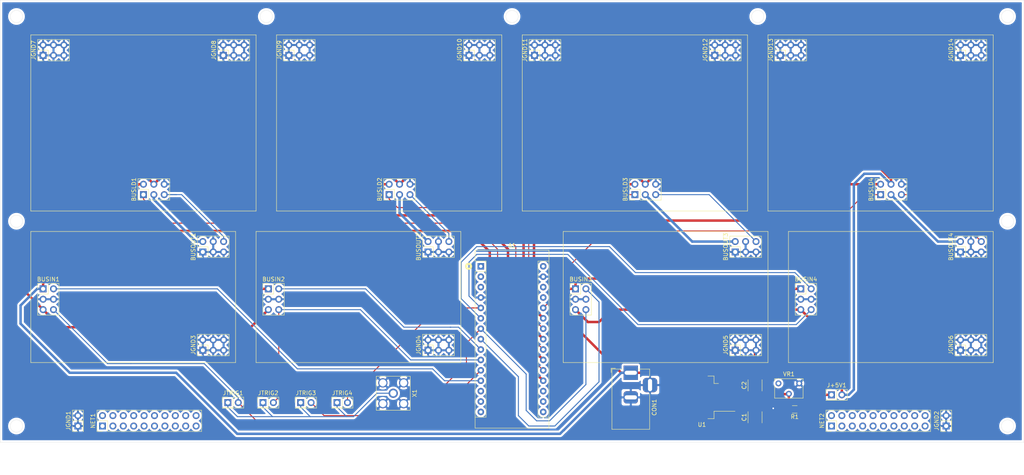
<source format=kicad_pcb>
(kicad_pcb (version 20171130) (host pcbnew 5.1.5+dfsg1-2build2)
  (layers (0 F.Cu signal) (31 B.Cu signal) (34 B.Paste user) (35 F.Paste user) (36 B.SilkS user) (37 F.SilkS user) (38 B.Mask user) (39 F.Mask user) (44 Edge.Cuts user))
  (net 0 "")
  (net 1 "Net-(A1-Pad16)")
  (net 2 "Net-(A1-Pad15)")
  (net 3 "Net-(A1-Pad30)")
  (net 4 "Net-(A1-Pad14)")
  (net 5 GND)
  (net 6 "Net-(A1-Pad13)")
  (net 7 "Net-(A1-Pad28)")
  (net 8 /Cool3)
  (net 9 "Net-(A1-Pad27)")
  (net 10 /LD3)
  (net 11 /PDCOM3)
  (net 12 /LD2)
  (net 13 /CoolCOM3)
  (net 14 /Cool2)
  (net 15 /PDCOM2)
  (net 16 /Cool1)
  (net 17 /CoolCOM2)
  (net 18 /LD1)
  (net 19 /PDCOM1)
  (net 20 /Cool0)
  (net 21 /CoolCOM1)
  (net 22 /LD0)
  (net 23 /PDCOM0)
  (net 24 /CoolCOM0)
  (net 25 "Net-(A1-Pad3)")
  (net 26 "Net-(A1-Pad18)")
  (net 27 "Net-(A1-Pad2)")
  (net 28 "Net-(A1-Pad17)")
  (net 29 "Net-(A1-Pad1)")
  (net 30 +5V)
  (net 31 +12V)
  (net 32 "Net-(C1-Pad1)")
  (net 33 "Net-(C2-Pad1)")
  (net 34 "Net-(JTRIG1-Pad1)")
  (net 35 /LDSource0)
  (net 36 /CoolSource0)
  (net 37 /LDSource1)
  (net 38 /CoolSource1)
  (net 39 /LDSource3)
  (net 40 /CoolSource2)
  (net 41 /CoolSource3)
  (net 42 "Net-(NET1-Pad20)")
  (net 43 "Net-(NET1-Pad19)")
  (net 44 "Net-(NET1-Pad18)")
  (net 45 "Net-(NET1-Pad17)")
  (net 46 "Net-(NET1-Pad16)")
  (net 47 "Net-(NET1-Pad15)")
  (net 48 "Net-(NET1-Pad14)")
  (net 49 "Net-(NET1-Pad13)")
  (net 50 "Net-(NET1-Pad12)")
  (net 51 "Net-(NET1-Pad11)")
  (net 52 "Net-(NET1-Pad10)")
  (net 53 "Net-(NET1-Pad9)")
  (net 54 "Net-(NET1-Pad8)")
  (net 55 "Net-(NET1-Pad7)")
  (net 56 "Net-(NET1-Pad6)")
  (net 57 "Net-(NET1-Pad5)")
  (net 58 "Net-(NET1-Pad4)")
  (net 59 "Net-(NET1-Pad3)")
  (net 60 "Net-(NET1-Pad2)")
  (net 61 "Net-(NET1-Pad1)")
  (net 62 "Net-(NET2-Pad20)")
  (net 63 "Net-(NET2-Pad19)")
  (net 64 "Net-(NET2-Pad18)")
  (net 65 "Net-(NET2-Pad17)")
  (net 66 "Net-(NET2-Pad16)")
  (net 67 "Net-(NET2-Pad15)")
  (net 68 "Net-(NET2-Pad14)")
  (net 69 "Net-(NET2-Pad13)")
  (net 70 "Net-(NET2-Pad12)")
  (net 71 "Net-(NET2-Pad11)")
  (net 72 "Net-(NET2-Pad10)")
  (net 73 "Net-(NET2-Pad9)")
  (net 74 "Net-(NET2-Pad8)")
  (net 75 "Net-(NET2-Pad7)")
  (net 76 "Net-(NET2-Pad6)")
  (net 77 "Net-(NET2-Pad5)")
  (net 78 "Net-(NET2-Pad4)")
  (net 79 "Net-(NET2-Pad3)")
  (net 80 "Net-(NET2-Pad2)")
  (net 81 "Net-(NET2-Pad1)")
  (net 82 /LDSource2)
  (net 83 "Net-(VR1-Pad3)")
  (module Capacitor_SMD:C_1812_4532Metric (layer F.Cu) (at 205.34 109.0725 90)
    (fp_text reference C2 (at 0 -2.65 90) (layer F.SilkS))
    (fp_text value 0.01uF)
    (pad 2 smd roundrect (at 2.1375 0 90) (size 1.125 3.4) (layers F.Cu F.Paste F.Mask) (roundrect_rratio 0.222222) (net 5 GND))
    (pad 1 smd roundrect (at -2.1375 0 90) (size 1.125 3.4) (layers F.Cu F.Paste F.Mask) (roundrect_rratio 0.222222) (net 33 "Net-(C2-Pad1)"))
  )
  (module Resistor_SMD:R_1206_3216Metric_Pad1.42x1.75mm_HandSolder (layer F.Cu) (at 215.0285 114.936 180)
    (fp_text reference R1 (at 0 -1.82) (layer F.SilkS))
    (fp_text value R240)
    (pad 2 smd roundrect (at 1.4875 0 180) (size 1.425 1.75) (layers F.Cu F.Paste F.Mask) (roundrect_rratio 0.175439) (net 33 "Net-(C2-Pad1)"))
    (pad 1 smd roundrect (at -1.4875 0 180) (size 1.425 1.75) (layers F.Cu F.Paste F.Mask) (roundrect_rratio 0.175439) (net 32 "Net-(C1-Pad1)"))
  )
  (module Capacitor_SMD:C_1812_4532Metric (layer F.Cu) (at 205.34 116.8625 90)
    (fp_text reference C1 (at 0 -2.65 90) (layer F.SilkS))
    (fp_text value 10uf)
    (pad 2 smd roundrect (at 2.1375 0 90) (size 1.125 3.4) (layers F.Cu F.Paste F.Mask) (roundrect_rratio 0.222222) (net 5 GND))
    (pad 1 smd roundrect (at -2.1375 0 90) (size 1.125 3.4) (layers F.Cu F.Paste F.Mask) (roundrect_rratio 0.222222) (net 32 "Net-(C1-Pad1)"))
  )
  (module Potentiometer_THT:Potentiometer_Bourns_3266W_Vertical (layer F.Cu) (at 216.135 108.586)
    (fp_text reference VR1 (at -2.54 -2.27) (layer F.SilkS))
    (fp_text value 3266W-1-102LF)
    (pad 3 thru_hole circle (at -5.08 0) (size 1.44 1.44) (drill 0.8) (layers *.Cu *.Mask) (net 83 "Net-(VR1-Pad3)"))
    (pad 2 thru_hole circle (at -2.54 2.54) (size 1.44 1.44) (drill 0.8) (layers *.Cu *.Mask) (net 33 "Net-(C2-Pad1)"))
    (pad 1 thru_hole circle (at 0 0) (size 1.44 1.44) (drill 0.8) (layers *.Cu *.Mask) (net 5 GND))
  )
  (module Connector_BarrelJack:BarrelJack_Horizontal (layer F.Cu) (at 175 106 90)
    (fp_text reference CON1 (at -8.45 5.75 90) (layer F.SilkS))
    (fp_text value Barrel_Jack_Switch)
    (pad 3 thru_hole roundrect (at -3 4.7 90) (size 3.5 3.5) (drill oval 3 1) (layers *.Cu *.Mask) (net 5 GND))
    (pad 2 thru_hole roundrect (at -6 0 90) (size 3 3.5) (drill oval 1 3) (layers *.Cu *.Mask) (net 5 GND))
    (pad 1 thru_hole rect (at 0 0 90) (size 3.5 3.5) (drill oval 1 3) (layers *.Cu *.Mask) (net 31 +12V))
  )
  (module Connector_PinHeader_2.54mm:PinHeader_2x01_P2.54mm_Vertical (layer F.Cu) (at 76.61 113.279)
    (fp_text reference JTRIG1 (at 1.27 -2.33) (layer F.SilkS))
    (fp_text value Conn_02x01)
    (pad 2 thru_hole oval (at 2.54 0) (size 1.7 1.7) (drill 1) (layers *.Cu *.Mask) (net 22 /LD0))
    (pad 1 thru_hole rect (at 0 0) (size 1.7 1.7) (drill 1) (layers *.Cu *.Mask) (net 34 "Net-(JTRIG1-Pad1)"))
  )
  (module Connector_PinHeader_2.54mm:PinHeader_2x01_P2.54mm_Vertical (layer F.Cu) (at 94.39 113.279)
    (fp_text reference JTRIG3 (at 1.27 -2.33) (layer F.SilkS))
    (fp_text value Conn_02x01)
    (pad 2 thru_hole oval (at 2.54 0) (size 1.7 1.7) (drill 1) (layers *.Cu *.Mask) (net 12 /LD2))
    (pad 1 thru_hole rect (at 0 0) (size 1.7 1.7) (drill 1) (layers *.Cu *.Mask) (net 34 "Net-(JTRIG1-Pad1)"))
  )
  (module Connector_PinHeader_2.54mm:PinHeader_2x03_P2.54mm_Vertical (layer F.Cu) (at 31.5 85.5)
    (fp_text reference BUSIN1 (at 1.27 -2.33) (layer F.SilkS))
    (fp_text value Conn_02x03_Odd_Even)
    (pad 6 thru_hole oval (at 2.54 5.08) (size 1.7 1.7) (drill 1) (layers *.Cu *.Mask) (net 22 /LD0))
    (pad 5 thru_hole oval (at 0 5.08) (size 1.7 1.7) (drill 1) (layers *.Cu *.Mask) (net 30 +5V))
    (pad 4 thru_hole oval (at 2.54 2.54) (size 1.7 1.7) (drill 1) (layers *.Cu *.Mask) (net 5 GND))
    (pad 3 thru_hole oval (at 0 2.54) (size 1.7 1.7) (drill 1) (layers *.Cu *.Mask) (net 5 GND))
    (pad 2 thru_hole oval (at 2.54 0) (size 1.7 1.7) (drill 1) (layers *.Cu *.Mask) (net 20 /Cool0))
    (pad 1 thru_hole rect (at 0 0) (size 1.7 1.7) (drill 1) (layers *.Cu *.Mask) (net 31 +12V))
  )
  (module Connector_PinHeader_2.54mm:PinHeader_2x03_P2.54mm_Vertical (layer F.Cu) (at 176 62.5 90)
    (fp_text reference BUSLD3 (at 1.27 -2.33 90) (layer F.SilkS))
    (fp_text value Conn_02x03_Odd_Even)
    (pad 6 thru_hole oval (at 2.54 5.08 90) (size 1.7 1.7) (drill 1) (layers *.Cu *.Mask) (net 5 GND))
    (pad 5 thru_hole oval (at 0 5.08 90) (size 1.7 1.7) (drill 1) (layers *.Cu *.Mask) (net 82 /LDSource2))
    (pad 4 thru_hole oval (at 2.54 2.54 90) (size 1.7 1.7) (drill 1) (layers *.Cu *.Mask) (net 30 +5V))
    (pad 3 thru_hole oval (at 0 2.54 90) (size 1.7 1.7) (drill 1) (layers *.Cu *.Mask) (net 40 /CoolSource2))
    (pad 2 thru_hole oval (at 2.54 0 90) (size 1.7 1.7) (drill 1) (layers *.Cu *.Mask) (net 17 /CoolCOM2))
    (pad 1 thru_hole rect (at 0 0 90) (size 1.7 1.7) (drill 1) (layers *.Cu *.Mask) (net 15 /PDCOM2))
  )
  (module Connector_PinHeader_2.54mm:PinHeader_2x03_P2.54mm_Vertical (layer F.Cu) (at 70.5 100.5 90)
    (fp_text reference JGND3 (at 1.27 -2.33 90) (layer F.SilkS))
    (fp_text value Conn_02x03_Odd_Even)
    (pad 6 thru_hole oval (at 2.54 5.08 90) (size 1.7 1.7) (drill 1) (layers *.Cu *.Mask) (net 5 GND))
    (pad 5 thru_hole oval (at 0 5.08 90) (size 1.7 1.7) (drill 1) (layers *.Cu *.Mask) (net 5 GND))
    (pad 4 thru_hole oval (at 2.54 2.54 90) (size 1.7 1.7) (drill 1) (layers *.Cu *.Mask) (net 5 GND))
    (pad 3 thru_hole oval (at 0 2.54 90) (size 1.7 1.7) (drill 1) (layers *.Cu *.Mask) (net 5 GND))
    (pad 2 thru_hole oval (at 2.54 0 90) (size 1.7 1.7) (drill 1) (layers *.Cu *.Mask) (net 5 GND))
    (pad 1 thru_hole rect (at 0 0 90) (size 1.7 1.7) (drill 1) (layers *.Cu *.Mask) (net 5 GND))
  )
  (module Connector_PinHeader_2.54mm:PinHeader_2x10_P2.54mm_Vertical (layer F.Cu) (at 224 119 90)
    (fp_text reference NET2 (at 1.27 -2.33 90) (layer F.SilkS))
    (fp_text value Conn_02x10_Odd_Even)
    (pad 20 thru_hole oval (at 2.54 22.86 90) (size 1.7 1.7) (drill 1) (layers *.Cu *.Mask) (net 62 "Net-(NET2-Pad20)"))
    (pad 19 thru_hole oval (at 0 22.86 90) (size 1.7 1.7) (drill 1) (layers *.Cu *.Mask) (net 63 "Net-(NET2-Pad19)"))
    (pad 18 thru_hole oval (at 2.54 20.32 90) (size 1.7 1.7) (drill 1) (layers *.Cu *.Mask) (net 64 "Net-(NET2-Pad18)"))
    (pad 17 thru_hole oval (at 0 20.32 90) (size 1.7 1.7) (drill 1) (layers *.Cu *.Mask) (net 65 "Net-(NET2-Pad17)"))
    (pad 16 thru_hole oval (at 2.54 17.78 90) (size 1.7 1.7) (drill 1) (layers *.Cu *.Mask) (net 66 "Net-(NET2-Pad16)"))
    (pad 15 thru_hole oval (at 0 17.78 90) (size 1.7 1.7) (drill 1) (layers *.Cu *.Mask) (net 67 "Net-(NET2-Pad15)"))
    (pad 14 thru_hole oval (at 2.54 15.24 90) (size 1.7 1.7) (drill 1) (layers *.Cu *.Mask) (net 68 "Net-(NET2-Pad14)"))
    (pad 13 thru_hole oval (at 0 15.24 90) (size 1.7 1.7) (drill 1) (layers *.Cu *.Mask) (net 69 "Net-(NET2-Pad13)"))
    (pad 12 thru_hole oval (at 2.54 12.7 90) (size 1.7 1.7) (drill 1) (layers *.Cu *.Mask) (net 70 "Net-(NET2-Pad12)"))
    (pad 11 thru_hole oval (at 0 12.7 90) (size 1.7 1.7) (drill 1) (layers *.Cu *.Mask) (net 71 "Net-(NET2-Pad11)"))
    (pad 10 thru_hole oval (at 2.54 10.16 90) (size 1.7 1.7) (drill 1) (layers *.Cu *.Mask) (net 72 "Net-(NET2-Pad10)"))
    (pad 9 thru_hole oval (at 0 10.16 90) (size 1.7 1.7) (drill 1) (layers *.Cu *.Mask) (net 73 "Net-(NET2-Pad9)"))
    (pad 8 thru_hole oval (at 2.54 7.62 90) (size 1.7 1.7) (drill 1) (layers *.Cu *.Mask) (net 74 "Net-(NET2-Pad8)"))
    (pad 7 thru_hole oval (at 0 7.62 90) (size 1.7 1.7) (drill 1) (layers *.Cu *.Mask) (net 75 "Net-(NET2-Pad7)"))
    (pad 6 thru_hole oval (at 2.54 5.08 90) (size 1.7 1.7) (drill 1) (layers *.Cu *.Mask) (net 76 "Net-(NET2-Pad6)"))
    (pad 5 thru_hole oval (at 0 5.08 90) (size 1.7 1.7) (drill 1) (layers *.Cu *.Mask) (net 77 "Net-(NET2-Pad5)"))
    (pad 4 thru_hole oval (at 2.54 2.54 90) (size 1.7 1.7) (drill 1) (layers *.Cu *.Mask) (net 78 "Net-(NET2-Pad4)"))
    (pad 3 thru_hole oval (at 0 2.54 90) (size 1.7 1.7) (drill 1) (layers *.Cu *.Mask) (net 79 "Net-(NET2-Pad3)"))
    (pad 2 thru_hole oval (at 2.54 0 90) (size 1.7 1.7) (drill 1) (layers *.Cu *.Mask) (net 80 "Net-(NET2-Pad2)"))
    (pad 1 thru_hole rect (at 0 0 90) (size 1.7 1.7) (drill 1) (layers *.Cu *.Mask) (net 81 "Net-(NET2-Pad1)"))
  )
  (module Connector_PinHeader_2.54mm:PinHeader_2x10_P2.54mm_Vertical (layer F.Cu) (at 46 119 90)
    (fp_text reference NET1 (at 1.27 -2.33 90) (layer F.SilkS))
    (fp_text value Conn_02x10_Odd_Even)
    (pad 20 thru_hole oval (at 2.54 22.86 90) (size 1.7 1.7) (drill 1) (layers *.Cu *.Mask) (net 42 "Net-(NET1-Pad20)"))
    (pad 19 thru_hole oval (at 0 22.86 90) (size 1.7 1.7) (drill 1) (layers *.Cu *.Mask) (net 43 "Net-(NET1-Pad19)"))
    (pad 18 thru_hole oval (at 2.54 20.32 90) (size 1.7 1.7) (drill 1) (layers *.Cu *.Mask) (net 44 "Net-(NET1-Pad18)"))
    (pad 17 thru_hole oval (at 0 20.32 90) (size 1.7 1.7) (drill 1) (layers *.Cu *.Mask) (net 45 "Net-(NET1-Pad17)"))
    (pad 16 thru_hole oval (at 2.54 17.78 90) (size 1.7 1.7) (drill 1) (layers *.Cu *.Mask) (net 46 "Net-(NET1-Pad16)"))
    (pad 15 thru_hole oval (at 0 17.78 90) (size 1.7 1.7) (drill 1) (layers *.Cu *.Mask) (net 47 "Net-(NET1-Pad15)"))
    (pad 14 thru_hole oval (at 2.54 15.24 90) (size 1.7 1.7) (drill 1) (layers *.Cu *.Mask) (net 48 "Net-(NET1-Pad14)"))
    (pad 13 thru_hole oval (at 0 15.24 90) (size 1.7 1.7) (drill 1) (layers *.Cu *.Mask) (net 49 "Net-(NET1-Pad13)"))
    (pad 12 thru_hole oval (at 2.54 12.7 90) (size 1.7 1.7) (drill 1) (layers *.Cu *.Mask) (net 50 "Net-(NET1-Pad12)"))
    (pad 11 thru_hole oval (at 0 12.7 90) (size 1.7 1.7) (drill 1) (layers *.Cu *.Mask) (net 51 "Net-(NET1-Pad11)"))
    (pad 10 thru_hole oval (at 2.54 10.16 90) (size 1.7 1.7) (drill 1) (layers *.Cu *.Mask) (net 52 "Net-(NET1-Pad10)"))
    (pad 9 thru_hole oval (at 0 10.16 90) (size 1.7 1.7) (drill 1) (layers *.Cu *.Mask) (net 53 "Net-(NET1-Pad9)"))
    (pad 8 thru_hole oval (at 2.54 7.62 90) (size 1.7 1.7) (drill 1) (layers *.Cu *.Mask) (net 54 "Net-(NET1-Pad8)"))
    (pad 7 thru_hole oval (at 0 7.62 90) (size 1.7 1.7) (drill 1) (layers *.Cu *.Mask) (net 55 "Net-(NET1-Pad7)"))
    (pad 6 thru_hole oval (at 2.54 5.08 90) (size 1.7 1.7) (drill 1) (layers *.Cu *.Mask) (net 56 "Net-(NET1-Pad6)"))
    (pad 5 thru_hole oval (at 0 5.08 90) (size 1.7 1.7) (drill 1) (layers *.Cu *.Mask) (net 57 "Net-(NET1-Pad5)"))
    (pad 4 thru_hole oval (at 2.54 2.54 90) (size 1.7 1.7) (drill 1) (layers *.Cu *.Mask) (net 58 "Net-(NET1-Pad4)"))
    (pad 3 thru_hole oval (at 0 2.54 90) (size 1.7 1.7) (drill 1) (layers *.Cu *.Mask) (net 59 "Net-(NET1-Pad3)"))
    (pad 2 thru_hole oval (at 2.54 0 90) (size 1.7 1.7) (drill 1) (layers *.Cu *.Mask) (net 60 "Net-(NET1-Pad2)"))
    (pad 1 thru_hole rect (at 0 0 90) (size 1.7 1.7) (drill 1) (layers *.Cu *.Mask) (net 61 "Net-(NET1-Pad1)"))
  )
  (module Connector_PinHeader_2.54mm:PinHeader_2x03_P2.54mm_Vertical (layer F.Cu) (at 75.5 28.5 90)
    (fp_text reference JGND8 (at 1.27 -2.33 90) (layer F.SilkS))
    (fp_text value Conn_02x03_Odd_Even)
    (pad 6 thru_hole oval (at 2.54 5.08 90) (size 1.7 1.7) (drill 1) (layers *.Cu *.Mask) (net 5 GND))
    (pad 5 thru_hole oval (at 0 5.08 90) (size 1.7 1.7) (drill 1) (layers *.Cu *.Mask) (net 5 GND))
    (pad 4 thru_hole oval (at 2.54 2.54 90) (size 1.7 1.7) (drill 1) (layers *.Cu *.Mask) (net 5 GND))
    (pad 3 thru_hole oval (at 0 2.54 90) (size 1.7 1.7) (drill 1) (layers *.Cu *.Mask) (net 5 GND))
    (pad 2 thru_hole oval (at 2.54 0 90) (size 1.7 1.7) (drill 1) (layers *.Cu *.Mask) (net 5 GND))
    (pad 1 thru_hole rect (at 0 0 90) (size 1.7 1.7) (drill 1) (layers *.Cu *.Mask) (net 5 GND))
  )
  (module Connector_PinHeader_2.54mm:PinHeader_2x03_P2.54mm_Vertical (layer F.Cu) (at 255.5 28.5 90)
    (fp_text reference JGND14 (at 1.27 -2.33 90) (layer F.SilkS))
    (fp_text value Conn_02x03_Odd_Even)
    (pad 6 thru_hole oval (at 2.54 5.08 90) (size 1.7 1.7) (drill 1) (layers *.Cu *.Mask) (net 5 GND))
    (pad 5 thru_hole oval (at 0 5.08 90) (size 1.7 1.7) (drill 1) (layers *.Cu *.Mask) (net 5 GND))
    (pad 4 thru_hole oval (at 2.54 2.54 90) (size 1.7 1.7) (drill 1) (layers *.Cu *.Mask) (net 5 GND))
    (pad 3 thru_hole oval (at 0 2.54 90) (size 1.7 1.7) (drill 1) (layers *.Cu *.Mask) (net 5 GND))
    (pad 2 thru_hole oval (at 2.54 0 90) (size 1.7 1.7) (drill 1) (layers *.Cu *.Mask) (net 5 GND))
    (pad 1 thru_hole rect (at 0 0 90) (size 1.7 1.7) (drill 1) (layers *.Cu *.Mask) (net 5 GND))
  )
  (module Connector_PinHeader_2.54mm:PinHeader_2x03_P2.54mm_Vertical (layer F.Cu) (at 211.5 28.5 90)
    (fp_text reference JGND13 (at 1.27 -2.33 90) (layer F.SilkS))
    (fp_text value Conn_02x03_Odd_Even)
    (pad 6 thru_hole oval (at 2.54 5.08 90) (size 1.7 1.7) (drill 1) (layers *.Cu *.Mask) (net 5 GND))
    (pad 5 thru_hole oval (at 0 5.08 90) (size 1.7 1.7) (drill 1) (layers *.Cu *.Mask) (net 5 GND))
    (pad 4 thru_hole oval (at 2.54 2.54 90) (size 1.7 1.7) (drill 1) (layers *.Cu *.Mask) (net 5 GND))
    (pad 3 thru_hole oval (at 0 2.54 90) (size 1.7 1.7) (drill 1) (layers *.Cu *.Mask) (net 5 GND))
    (pad 2 thru_hole oval (at 2.54 0 90) (size 1.7 1.7) (drill 1) (layers *.Cu *.Mask) (net 5 GND))
    (pad 1 thru_hole rect (at 0 0 90) (size 1.7 1.7) (drill 1) (layers *.Cu *.Mask) (net 5 GND))
  )
  (module Connector_PinHeader_2.54mm:PinHeader_2x03_P2.54mm_Vertical (layer F.Cu) (at 195.5 28.5 90)
    (fp_text reference JGND12 (at 1.27 -2.33 90) (layer F.SilkS))
    (fp_text value Conn_02x03_Odd_Even)
    (pad 6 thru_hole oval (at 2.54 5.08 90) (size 1.7 1.7) (drill 1) (layers *.Cu *.Mask) (net 5 GND))
    (pad 5 thru_hole oval (at 0 5.08 90) (size 1.7 1.7) (drill 1) (layers *.Cu *.Mask) (net 5 GND))
    (pad 4 thru_hole oval (at 2.54 2.54 90) (size 1.7 1.7) (drill 1) (layers *.Cu *.Mask) (net 5 GND))
    (pad 3 thru_hole oval (at 0 2.54 90) (size 1.7 1.7) (drill 1) (layers *.Cu *.Mask) (net 5 GND))
    (pad 2 thru_hole oval (at 2.54 0 90) (size 1.7 1.7) (drill 1) (layers *.Cu *.Mask) (net 5 GND))
    (pad 1 thru_hole rect (at 0 0 90) (size 1.7 1.7) (drill 1) (layers *.Cu *.Mask) (net 5 GND))
  )
  (module Connector_PinHeader_2.54mm:PinHeader_2x03_P2.54mm_Vertical (layer F.Cu) (at 151.5 28.5 90)
    (fp_text reference JGND11 (at 1.27 -2.33 90) (layer F.SilkS))
    (fp_text value Conn_02x03_Odd_Even)
    (pad 6 thru_hole oval (at 2.54 5.08 90) (size 1.7 1.7) (drill 1) (layers *.Cu *.Mask) (net 5 GND))
    (pad 5 thru_hole oval (at 0 5.08 90) (size 1.7 1.7) (drill 1) (layers *.Cu *.Mask) (net 5 GND))
    (pad 4 thru_hole oval (at 2.54 2.54 90) (size 1.7 1.7) (drill 1) (layers *.Cu *.Mask) (net 5 GND))
    (pad 3 thru_hole oval (at 0 2.54 90) (size 1.7 1.7) (drill 1) (layers *.Cu *.Mask) (net 5 GND))
    (pad 2 thru_hole oval (at 2.54 0 90) (size 1.7 1.7) (drill 1) (layers *.Cu *.Mask) (net 5 GND))
    (pad 1 thru_hole rect (at 0 0 90) (size 1.7 1.7) (drill 1) (layers *.Cu *.Mask) (net 5 GND))
  )
  (module Connector_PinHeader_2.54mm:PinHeader_2x03_P2.54mm_Vertical (layer F.Cu) (at 135.5 28.5 90)
    (fp_text reference JGND10 (at 1.27 -2.33 90) (layer F.SilkS))
    (fp_text value Conn_02x03_Odd_Even)
    (pad 6 thru_hole oval (at 2.54 5.08 90) (size 1.7 1.7) (drill 1) (layers *.Cu *.Mask) (net 5 GND))
    (pad 5 thru_hole oval (at 0 5.08 90) (size 1.7 1.7) (drill 1) (layers *.Cu *.Mask) (net 5 GND))
    (pad 4 thru_hole oval (at 2.54 2.54 90) (size 1.7 1.7) (drill 1) (layers *.Cu *.Mask) (net 5 GND))
    (pad 3 thru_hole oval (at 0 2.54 90) (size 1.7 1.7) (drill 1) (layers *.Cu *.Mask) (net 5 GND))
    (pad 2 thru_hole oval (at 2.54 0 90) (size 1.7 1.7) (drill 1) (layers *.Cu *.Mask) (net 5 GND))
    (pad 1 thru_hole rect (at 0 0 90) (size 1.7 1.7) (drill 1) (layers *.Cu *.Mask) (net 5 GND))
  )
  (module Connector_PinHeader_2.54mm:PinHeader_2x03_P2.54mm_Vertical (layer F.Cu) (at 91.5 28.5 90)
    (fp_text reference JGND9 (at 1.27 -2.33 90) (layer F.SilkS))
    (fp_text value Conn_02x03_Odd_Even)
    (pad 6 thru_hole oval (at 2.54 5.08 90) (size 1.7 1.7) (drill 1) (layers *.Cu *.Mask) (net 5 GND))
    (pad 5 thru_hole oval (at 0 5.08 90) (size 1.7 1.7) (drill 1) (layers *.Cu *.Mask) (net 5 GND))
    (pad 4 thru_hole oval (at 2.54 2.54 90) (size 1.7 1.7) (drill 1) (layers *.Cu *.Mask) (net 5 GND))
    (pad 3 thru_hole oval (at 0 2.54 90) (size 1.7 1.7) (drill 1) (layers *.Cu *.Mask) (net 5 GND))
    (pad 2 thru_hole oval (at 2.54 0 90) (size 1.7 1.7) (drill 1) (layers *.Cu *.Mask) (net 5 GND))
    (pad 1 thru_hole rect (at 0 0 90) (size 1.7 1.7) (drill 1) (layers *.Cu *.Mask) (net 5 GND))
  )
  (module Connector_PinHeader_2.54mm:PinHeader_2x03_P2.54mm_Vertical (layer F.Cu) (at 31.5 28.5 90)
    (fp_text reference JGND7 (at 1.27 -2.33 90) (layer F.SilkS))
    (fp_text value Conn_02x03_Odd_Even)
    (pad 6 thru_hole oval (at 2.54 5.08 90) (size 1.7 1.7) (drill 1) (layers *.Cu *.Mask) (net 5 GND))
    (pad 5 thru_hole oval (at 0 5.08 90) (size 1.7 1.7) (drill 1) (layers *.Cu *.Mask) (net 5 GND))
    (pad 4 thru_hole oval (at 2.54 2.54 90) (size 1.7 1.7) (drill 1) (layers *.Cu *.Mask) (net 5 GND))
    (pad 3 thru_hole oval (at 0 2.54 90) (size 1.7 1.7) (drill 1) (layers *.Cu *.Mask) (net 5 GND))
    (pad 2 thru_hole oval (at 2.54 0 90) (size 1.7 1.7) (drill 1) (layers *.Cu *.Mask) (net 5 GND))
    (pad 1 thru_hole rect (at 0 0 90) (size 1.7 1.7) (drill 1) (layers *.Cu *.Mask) (net 5 GND))
  )
  (module Connector_PinHeader_2.54mm:PinHeader_2x03_P2.54mm_Vertical (layer F.Cu) (at 255.5 100.5 90)
    (fp_text reference JGND6 (at 1.27 -2.33 90) (layer F.SilkS))
    (fp_text value Conn_02x03_Odd_Even)
    (pad 6 thru_hole oval (at 2.54 5.08 90) (size 1.7 1.7) (drill 1) (layers *.Cu *.Mask) (net 5 GND))
    (pad 5 thru_hole oval (at 0 5.08 90) (size 1.7 1.7) (drill 1) (layers *.Cu *.Mask) (net 5 GND))
    (pad 4 thru_hole oval (at 2.54 2.54 90) (size 1.7 1.7) (drill 1) (layers *.Cu *.Mask) (net 5 GND))
    (pad 3 thru_hole oval (at 0 2.54 90) (size 1.7 1.7) (drill 1) (layers *.Cu *.Mask) (net 5 GND))
    (pad 2 thru_hole oval (at 2.54 0 90) (size 1.7 1.7) (drill 1) (layers *.Cu *.Mask) (net 5 GND))
    (pad 1 thru_hole rect (at 0 0 90) (size 1.7 1.7) (drill 1) (layers *.Cu *.Mask) (net 5 GND))
  )
  (module Connector_PinHeader_2.54mm:PinHeader_2x03_P2.54mm_Vertical (layer F.Cu) (at 200.5 100.5 90)
    (fp_text reference JGND5 (at 1.27 -2.33 90) (layer F.SilkS))
    (fp_text value Conn_02x03_Odd_Even)
    (pad 6 thru_hole oval (at 2.54 5.08 90) (size 1.7 1.7) (drill 1) (layers *.Cu *.Mask) (net 5 GND))
    (pad 5 thru_hole oval (at 0 5.08 90) (size 1.7 1.7) (drill 1) (layers *.Cu *.Mask) (net 5 GND))
    (pad 4 thru_hole oval (at 2.54 2.54 90) (size 1.7 1.7) (drill 1) (layers *.Cu *.Mask) (net 5 GND))
    (pad 3 thru_hole oval (at 0 2.54 90) (size 1.7 1.7) (drill 1) (layers *.Cu *.Mask) (net 5 GND))
    (pad 2 thru_hole oval (at 2.54 0 90) (size 1.7 1.7) (drill 1) (layers *.Cu *.Mask) (net 5 GND))
    (pad 1 thru_hole rect (at 0 0 90) (size 1.7 1.7) (drill 1) (layers *.Cu *.Mask) (net 5 GND))
  )
  (module Connector_PinHeader_2.54mm:PinHeader_2x03_P2.54mm_Vertical (layer F.Cu) (at 125.5 100.5 90)
    (fp_text reference JGND4 (at 1.27 -2.33 90) (layer F.SilkS))
    (fp_text value Conn_02x03_Odd_Even)
    (pad 6 thru_hole oval (at 2.54 5.08 90) (size 1.7 1.7) (drill 1) (layers *.Cu *.Mask) (net 5 GND))
    (pad 5 thru_hole oval (at 0 5.08 90) (size 1.7 1.7) (drill 1) (layers *.Cu *.Mask) (net 5 GND))
    (pad 4 thru_hole oval (at 2.54 2.54 90) (size 1.7 1.7) (drill 1) (layers *.Cu *.Mask) (net 5 GND))
    (pad 3 thru_hole oval (at 0 2.54 90) (size 1.7 1.7) (drill 1) (layers *.Cu *.Mask) (net 5 GND))
    (pad 2 thru_hole oval (at 2.54 0 90) (size 1.7 1.7) (drill 1) (layers *.Cu *.Mask) (net 5 GND))
    (pad 1 thru_hole rect (at 0 0 90) (size 1.7 1.7) (drill 1) (layers *.Cu *.Mask) (net 5 GND))
  )
  (module Connector_PinHeader_2.54mm:PinHeader_2x01_P2.54mm_Vertical (layer F.Cu) (at 252 119 90)
    (fp_text reference JGND2 (at 1.27 -2.33 90) (layer F.SilkS))
    (fp_text value Conn_02x01)
    (pad 2 thru_hole oval (at 2.54 0 90) (size 1.7 1.7) (drill 1) (layers *.Cu *.Mask) (net 5 GND))
    (pad 1 thru_hole rect (at 0 0 90) (size 1.7 1.7) (drill 1) (layers *.Cu *.Mask) (net 5 GND))
  )
  (module Connector_PinHeader_2.54mm:PinHeader_2x01_P2.54mm_Vertical (layer F.Cu) (at 40 119 90)
    (fp_text reference JGND1 (at 1.27 -2.33 90) (layer F.SilkS))
    (fp_text value Conn_02x01)
    (pad 2 thru_hole oval (at 2.54 0 90) (size 1.7 1.7) (drill 1) (layers *.Cu *.Mask) (net 5 GND))
    (pad 1 thru_hole rect (at 0 0 90) (size 1.7 1.7) (drill 1) (layers *.Cu *.Mask) (net 5 GND))
  )
  (module Connector_PinHeader_2.54mm:PinHeader_2x01_P2.54mm_Vertical (layer F.Cu) (at 224 111.38)
    (fp_text reference J+5V1 (at 1.27 -2.33) (layer F.SilkS))
    (fp_text value Conn_02x01)
    (pad 1 thru_hole rect (at 0 0) (size 1.7 1.7) (drill 1) (layers *.Cu *.Mask) (net 32 "Net-(C1-Pad1)"))
    (pad 2 thru_hole oval (at 2.54 0) (size 1.7 1.7) (drill 1) (layers *.Cu *.Mask) (net 30 +5V))
  )
  (module Connector_PinHeader_2.54mm:PinHeader_2x03_P2.54mm_Vertical (layer F.Cu) (at 255.5 76.5 90)
    (fp_text reference BUSOUT4 (at 1.27 -2.33 90) (layer F.SilkS))
    (fp_text value Conn_02x03_Odd_Even)
    (pad 6 thru_hole oval (at 2.54 5.08 90) (size 1.7 1.7) (drill 1) (layers *.Cu *.Mask) (net 39 /LDSource3))
    (pad 5 thru_hole oval (at 0 5.08 90) (size 1.7 1.7) (drill 1) (layers *.Cu *.Mask) (net 5 GND))
    (pad 4 thru_hole oval (at 2.54 2.54 90) (size 1.7 1.7) (drill 1) (layers *.Cu *.Mask) (net 5 GND))
    (pad 3 thru_hole oval (at 0 2.54 90) (size 1.7 1.7) (drill 1) (layers *.Cu *.Mask) (net 5 GND))
    (pad 2 thru_hole oval (at 2.54 0 90) (size 1.7 1.7) (drill 1) (layers *.Cu *.Mask) (net 41 /CoolSource3))
    (pad 1 thru_hole rect (at 0 0 90) (size 1.7 1.7) (drill 1) (layers *.Cu *.Mask) (net 5 GND))
  )
  (module Connector_PinHeader_2.54mm:PinHeader_2x03_P2.54mm_Vertical (layer F.Cu) (at 200.5 76.5 90)
    (fp_text reference BUSOUT3 (at 1.27 -2.33 90) (layer F.SilkS))
    (fp_text value Conn_02x03_Odd_Even)
    (pad 6 thru_hole oval (at 2.54 5.08 90) (size 1.7 1.7) (drill 1) (layers *.Cu *.Mask) (net 82 /LDSource2))
    (pad 5 thru_hole oval (at 0 5.08 90) (size 1.7 1.7) (drill 1) (layers *.Cu *.Mask) (net 5 GND))
    (pad 4 thru_hole oval (at 2.54 2.54 90) (size 1.7 1.7) (drill 1) (layers *.Cu *.Mask) (net 5 GND))
    (pad 3 thru_hole oval (at 0 2.54 90) (size 1.7 1.7) (drill 1) (layers *.Cu *.Mask) (net 5 GND))
    (pad 2 thru_hole oval (at 2.54 0 90) (size 1.7 1.7) (drill 1) (layers *.Cu *.Mask) (net 40 /CoolSource2))
    (pad 1 thru_hole rect (at 0 0 90) (size 1.7 1.7) (drill 1) (layers *.Cu *.Mask) (net 5 GND))
  )
  (module Connector_PinHeader_2.54mm:PinHeader_2x03_P2.54mm_Vertical (layer F.Cu) (at 125.5 76.5 90)
    (fp_text reference BUSOUT2 (at 1.27 -2.33 90) (layer F.SilkS))
    (fp_text value Conn_02x03_Odd_Even)
    (pad 6 thru_hole oval (at 2.54 5.08 90) (size 1.7 1.7) (drill 1) (layers *.Cu *.Mask) (net 37 /LDSource1))
    (pad 5 thru_hole oval (at 0 5.08 90) (size 1.7 1.7) (drill 1) (layers *.Cu *.Mask) (net 5 GND))
    (pad 4 thru_hole oval (at 2.54 2.54 90) (size 1.7 1.7) (drill 1) (layers *.Cu *.Mask) (net 5 GND))
    (pad 3 thru_hole oval (at 0 2.54 90) (size 1.7 1.7) (drill 1) (layers *.Cu *.Mask) (net 5 GND))
    (pad 2 thru_hole oval (at 2.54 0 90) (size 1.7 1.7) (drill 1) (layers *.Cu *.Mask) (net 38 /CoolSource1))
    (pad 1 thru_hole rect (at 0 0 90) (size 1.7 1.7) (drill 1) (layers *.Cu *.Mask) (net 5 GND))
  )
  (module Connector_PinHeader_2.54mm:PinHeader_2x03_P2.54mm_Vertical (layer F.Cu) (at 70.5 76.5 90)
    (fp_text reference BUSOUT1 (at 1.27 -2.33 90) (layer F.SilkS))
    (fp_text value Conn_02x03_Odd_Even)
    (pad 6 thru_hole oval (at 2.54 5.08 90) (size 1.7 1.7) (drill 1) (layers *.Cu *.Mask) (net 35 /LDSource0))
    (pad 5 thru_hole oval (at 0 5.08 90) (size 1.7 1.7) (drill 1) (layers *.Cu *.Mask) (net 5 GND))
    (pad 4 thru_hole oval (at 2.54 2.54 90) (size 1.7 1.7) (drill 1) (layers *.Cu *.Mask) (net 5 GND))
    (pad 3 thru_hole oval (at 0 2.54 90) (size 1.7 1.7) (drill 1) (layers *.Cu *.Mask) (net 5 GND))
    (pad 2 thru_hole oval (at 2.54 0 90) (size 1.7 1.7) (drill 1) (layers *.Cu *.Mask) (net 36 /CoolSource0))
    (pad 1 thru_hole rect (at 0 0 90) (size 1.7 1.7) (drill 1) (layers *.Cu *.Mask) (net 5 GND))
  )
  (module Connector_PinHeader_2.54mm:PinHeader_2x03_P2.54mm_Vertical (layer F.Cu) (at 236 62.5 90)
    (fp_text reference BUSLD4 (at 1.27 -2.33 90) (layer F.SilkS))
    (fp_text value Conn_02x03_Odd_Even)
    (pad 6 thru_hole oval (at 2.54 5.08 90) (size 1.7 1.7) (drill 1) (layers *.Cu *.Mask) (net 5 GND))
    (pad 5 thru_hole oval (at 0 5.08 90) (size 1.7 1.7) (drill 1) (layers *.Cu *.Mask) (net 39 /LDSource3))
    (pad 4 thru_hole oval (at 2.54 2.54 90) (size 1.7 1.7) (drill 1) (layers *.Cu *.Mask) (net 30 +5V))
    (pad 3 thru_hole oval (at 0 2.54 90) (size 1.7 1.7) (drill 1) (layers *.Cu *.Mask) (net 41 /CoolSource3))
    (pad 2 thru_hole oval (at 2.54 0 90) (size 1.7 1.7) (drill 1) (layers *.Cu *.Mask) (net 13 /CoolCOM3))
    (pad 1 thru_hole rect (at 0 0 90) (size 1.7 1.7) (drill 1) (layers *.Cu *.Mask) (net 11 /PDCOM3))
  )
  (module Connector_PinHeader_2.54mm:PinHeader_2x03_P2.54mm_Vertical (layer F.Cu) (at 116 62.5 90)
    (fp_text reference BUSLD2 (at 1.27 -2.33 90) (layer F.SilkS))
    (fp_text value Conn_02x03_Odd_Even)
    (pad 6 thru_hole oval (at 2.54 5.08 90) (size 1.7 1.7) (drill 1) (layers *.Cu *.Mask) (net 5 GND))
    (pad 5 thru_hole oval (at 0 5.08 90) (size 1.7 1.7) (drill 1) (layers *.Cu *.Mask) (net 37 /LDSource1))
    (pad 4 thru_hole oval (at 2.54 2.54 90) (size 1.7 1.7) (drill 1) (layers *.Cu *.Mask) (net 30 +5V))
    (pad 3 thru_hole oval (at 0 2.54 90) (size 1.7 1.7) (drill 1) (layers *.Cu *.Mask) (net 38 /CoolSource1))
    (pad 2 thru_hole oval (at 2.54 0 90) (size 1.7 1.7) (drill 1) (layers *.Cu *.Mask) (net 21 /CoolCOM1))
    (pad 1 thru_hole rect (at 0 0 90) (size 1.7 1.7) (drill 1) (layers *.Cu *.Mask) (net 19 /PDCOM1))
  )
  (module Connector_PinHeader_2.54mm:PinHeader_2x03_P2.54mm_Vertical (layer F.Cu) (at 56 62.5 90)
    (fp_text reference BUSLD1 (at 1.27 -2.33 90) (layer F.SilkS))
    (fp_text value Conn_02x03_Odd_Even)
    (pad 6 thru_hole oval (at 2.54 5.08 90) (size 1.7 1.7) (drill 1) (layers *.Cu *.Mask) (net 5 GND))
    (pad 5 thru_hole oval (at 0 5.08 90) (size 1.7 1.7) (drill 1) (layers *.Cu *.Mask) (net 35 /LDSource0))
    (pad 4 thru_hole oval (at 2.54 2.54 90) (size 1.7 1.7) (drill 1) (layers *.Cu *.Mask) (net 30 +5V))
    (pad 3 thru_hole oval (at 0 2.54 90) (size 1.7 1.7) (drill 1) (layers *.Cu *.Mask) (net 36 /CoolSource0))
    (pad 2 thru_hole oval (at 2.54 0 90) (size 1.7 1.7) (drill 1) (layers *.Cu *.Mask) (net 24 /CoolCOM0))
    (pad 1 thru_hole rect (at 0 0 90) (size 1.7 1.7) (drill 1) (layers *.Cu *.Mask) (net 23 /PDCOM0))
  )
  (module Connector_PinHeader_2.54mm:PinHeader_2x03_P2.54mm_Vertical (layer F.Cu) (at 216.5 85.5)
    (fp_text reference BUSIN4 (at 1.27 -2.33) (layer F.SilkS))
    (fp_text value Conn_02x03_Odd_Even)
    (pad 6 thru_hole oval (at 2.54 5.08) (size 1.7 1.7) (drill 1) (layers *.Cu *.Mask) (net 10 /LD3))
    (pad 5 thru_hole oval (at 0 5.08) (size 1.7 1.7) (drill 1) (layers *.Cu *.Mask) (net 30 +5V))
    (pad 4 thru_hole oval (at 2.54 2.54) (size 1.7 1.7) (drill 1) (layers *.Cu *.Mask) (net 5 GND))
    (pad 3 thru_hole oval (at 0 2.54) (size 1.7 1.7) (drill 1) (layers *.Cu *.Mask) (net 5 GND))
    (pad 2 thru_hole oval (at 2.54 0) (size 1.7 1.7) (drill 1) (layers *.Cu *.Mask) (net 8 /Cool3))
    (pad 1 thru_hole rect (at 0 0) (size 1.7 1.7) (drill 1) (layers *.Cu *.Mask) (net 31 +12V))
  )
  (module Connector_PinHeader_2.54mm:PinHeader_2x03_P2.54mm_Vertical (layer F.Cu) (at 161.5 85.5)
    (fp_text reference BUSIN3 (at 1.27 -2.33) (layer F.SilkS))
    (fp_text value Conn_02x03_Odd_Even)
    (pad 6 thru_hole oval (at 2.54 5.08) (size 1.7 1.7) (drill 1) (layers *.Cu *.Mask) (net 12 /LD2))
    (pad 5 thru_hole oval (at 0 5.08) (size 1.7 1.7) (drill 1) (layers *.Cu *.Mask) (net 30 +5V))
    (pad 4 thru_hole oval (at 2.54 2.54) (size 1.7 1.7) (drill 1) (layers *.Cu *.Mask) (net 5 GND))
    (pad 3 thru_hole oval (at 0 2.54) (size 1.7 1.7) (drill 1) (layers *.Cu *.Mask) (net 5 GND))
    (pad 2 thru_hole oval (at 2.54 0) (size 1.7 1.7) (drill 1) (layers *.Cu *.Mask) (net 14 /Cool2))
    (pad 1 thru_hole rect (at 0 0) (size 1.7 1.7) (drill 1) (layers *.Cu *.Mask) (net 31 +12V))
  )
  (module Connector_PinHeader_2.54mm:PinHeader_2x03_P2.54mm_Vertical (layer F.Cu) (at 86.5 85.5)
    (fp_text reference BUSIN2 (at 1.27 -2.33) (layer F.SilkS))
    (fp_text value Conn_02x03_Odd_Even)
    (pad 6 thru_hole oval (at 2.54 5.08) (size 1.7 1.7) (drill 1) (layers *.Cu *.Mask) (net 18 /LD1))
    (pad 5 thru_hole oval (at 0 5.08) (size 1.7 1.7) (drill 1) (layers *.Cu *.Mask) (net 30 +5V))
    (pad 4 thru_hole oval (at 2.54 2.54) (size 1.7 1.7) (drill 1) (layers *.Cu *.Mask) (net 5 GND))
    (pad 3 thru_hole oval (at 0 2.54) (size 1.7 1.7) (drill 1) (layers *.Cu *.Mask) (net 5 GND))
    (pad 2 thru_hole oval (at 2.54 0) (size 1.7 1.7) (drill 1) (layers *.Cu *.Mask) (net 16 /Cool1))
    (pad 1 thru_hole rect (at 0 0) (size 1.7 1.7) (drill 1) (layers *.Cu *.Mask) (net 31 +12V))
  )
  (module Connector_Coaxial:SMA_Amphenol_132203-12_Horizontal (layer F.Cu) (at 117 111 180)
    (fp_text reference X1 (at -5.2 0 90) (layer F.SilkS))
    (fp_text value Conn_Coaxial)
    (pad 1 thru_hole circle (at 0 0 180) (size 2.25 2.25) (drill 1.5) (layers *.Cu *.Mask) (net 34 "Net-(JTRIG1-Pad1)"))
    (pad 2 thru_hole circle (at 2.54 2.54 270) (size 2.25 2.25) (drill 1.7) (layers *.Cu *.Mask) (net 5 GND))
    (pad 2 thru_hole circle (at 2.54 -2.54 180) (size 2.25 2.25) (drill 1.7) (layers *.Cu *.Mask) (net 5 GND))
    (pad 2 thru_hole circle (at -2.54 -2.54 180) (size 2.25 2.25) (drill 1.7) (layers *.Cu *.Mask) (net 5 GND))
    (pad 2 thru_hole circle (at -2.54 2.54 180) (size 2.25 2.25) (drill 1.7) (layers *.Cu *.Mask) (net 5 GND))
  )
  (module Package_TO_SOT_SMD:TO-263-2 (layer F.Cu) (at 192.375 112 180)
    (fp_text reference U1 (at 0 -6.65) (layer F.SilkS))
    (fp_text value LM317_3PinPackage)
    (pad 1 smd rect (at -5.775 -2.54 180) (size 4.6 1.1) (layers F.Cu F.Paste F.Mask) (net 33 "Net-(C2-Pad1)"))
    (pad 3 smd rect (at -5.775 2.54 180) (size 4.6 1.1) (layers F.Cu F.Paste F.Mask) (net 31 +12V))
    (pad 2 smd rect (at 3.375 0 180) (size 9.4 10.8) (layers F.Cu F.Mask) (net 32 "Net-(C1-Pad1)"))
  )
  (module Connector_PinHeader_2.54mm:PinHeader_2x01_P2.54mm_Vertical (layer F.Cu) (at 103.28 113.279)
    (fp_text reference JTRIG4 (at 1.27 -2.33) (layer F.SilkS))
    (fp_text value Conn_02x01)
    (pad 2 thru_hole oval (at 2.54 0) (size 1.7 1.7) (drill 1) (layers *.Cu *.Mask) (net 10 /LD3))
    (pad 1 thru_hole rect (at 0 0) (size 1.7 1.7) (drill 1) (layers *.Cu *.Mask) (net 34 "Net-(JTRIG1-Pad1)"))
  )
  (module Connector_PinHeader_2.54mm:PinHeader_2x01_P2.54mm_Vertical (layer F.Cu) (at 85.19 113.279)
    (fp_text reference JTRIG2 (at 1.27 -2.33) (layer F.SilkS))
    (fp_text value Conn_02x01)
    (pad 2 thru_hole oval (at 2.54 0) (size 1.7 1.7) (drill 1) (layers *.Cu *.Mask) (net 18 /LD1))
    (pad 1 thru_hole rect (at 0 0) (size 1.7 1.7) (drill 1) (layers *.Cu *.Mask) (net 34 "Net-(JTRIG1-Pad1)"))
  )
  (module Module:Arduino_Nano (layer F.Cu) (at 138.38 80)
    (fp_text reference A1 (at 7.62 -5.08) (layer F.SilkS))
    (fp_text value Arduino_Nano_v2.x)
    (pad 16 thru_hole oval (at 15.24 35.56) (size 1.6 1.6) (drill 0.8) (layers *.Cu *.Mask) (net 1 "Net-(A1-Pad16)"))
    (pad 15 thru_hole oval (at 0 35.56) (size 1.6 1.6) (drill 0.8) (layers *.Cu *.Mask) (net 2 "Net-(A1-Pad15)"))
    (pad 30 thru_hole oval (at 15.24 0) (size 1.6 1.6) (drill 0.8) (layers *.Cu *.Mask) (net 3 "Net-(A1-Pad30)"))
    (pad 14 thru_hole oval (at 0 33.02) (size 1.6 1.6) (drill 0.8) (layers *.Cu *.Mask) (net 4 "Net-(A1-Pad14)"))
    (pad 29 thru_hole oval (at 15.24 2.54) (size 1.6 1.6) (drill 0.8) (layers *.Cu *.Mask) (net 5 GND))
    (pad 13 thru_hole oval (at 0 30.48) (size 1.6 1.6) (drill 0.8) (layers *.Cu *.Mask) (net 6 "Net-(A1-Pad13)"))
    (pad 28 thru_hole oval (at 15.24 5.08) (size 1.6 1.6) (drill 0.8) (layers *.Cu *.Mask) (net 7 "Net-(A1-Pad28)"))
    (pad 12 thru_hole oval (at 0 27.94) (size 1.6 1.6) (drill 0.8) (layers *.Cu *.Mask) (net 20 /Cool0))
    (pad 27 thru_hole oval (at 15.24 7.62) (size 1.6 1.6) (drill 0.8) (layers *.Cu *.Mask) (net 9 "Net-(A1-Pad27)"))
    (pad 11 thru_hole oval (at 0 25.4) (size 1.6 1.6) (drill 0.8) (layers *.Cu *.Mask) (net 22 /LD0))
    (pad 26 thru_hole oval (at 15.24 10.16) (size 1.6 1.6) (drill 0.8) (layers *.Cu *.Mask) (net 11 /PDCOM3))
    (pad 10 thru_hole oval (at 0 22.86) (size 1.6 1.6) (drill 0.8) (layers *.Cu *.Mask) (net 18 /LD1))
    (pad 25 thru_hole oval (at 15.24 12.7) (size 1.6 1.6) (drill 0.8) (layers *.Cu *.Mask) (net 13 /CoolCOM3))
    (pad 9 thru_hole oval (at 0 20.32) (size 1.6 1.6) (drill 0.8) (layers *.Cu *.Mask) (net 16 /Cool1))
    (pad 24 thru_hole oval (at 15.24 15.24) (size 1.6 1.6) (drill 0.8) (layers *.Cu *.Mask) (net 15 /PDCOM2))
    (pad 8 thru_hole oval (at 0 17.78) (size 1.6 1.6) (drill 0.8) (layers *.Cu *.Mask) (net 14 /Cool2))
    (pad 23 thru_hole oval (at 15.24 17.78) (size 1.6 1.6) (drill 0.8) (layers *.Cu *.Mask) (net 17 /CoolCOM2))
    (pad 7 thru_hole oval (at 0 15.24) (size 1.6 1.6) (drill 0.8) (layers *.Cu *.Mask) (net 12 /LD2))
    (pad 22 thru_hole oval (at 15.24 20.32) (size 1.6 1.6) (drill 0.8) (layers *.Cu *.Mask) (net 19 /PDCOM1))
    (pad 6 thru_hole oval (at 0 12.7) (size 1.6 1.6) (drill 0.8) (layers *.Cu *.Mask) (net 8 /Cool3))
    (pad 21 thru_hole oval (at 15.24 22.86) (size 1.6 1.6) (drill 0.8) (layers *.Cu *.Mask) (net 21 /CoolCOM1))
    (pad 5 thru_hole oval (at 0 10.16) (size 1.6 1.6) (drill 0.8) (layers *.Cu *.Mask) (net 10 /LD3))
    (pad 20 thru_hole oval (at 15.24 25.4) (size 1.6 1.6) (drill 0.8) (layers *.Cu *.Mask) (net 23 /PDCOM0))
    (pad 4 thru_hole oval (at 0 7.62) (size 1.6 1.6) (drill 0.8) (layers *.Cu *.Mask) (net 5 GND))
    (pad 19 thru_hole oval (at 15.24 27.94) (size 1.6 1.6) (drill 0.8) (layers *.Cu *.Mask) (net 24 /CoolCOM0))
    (pad 3 thru_hole oval (at 0 5.08) (size 1.6 1.6) (drill 0.8) (layers *.Cu *.Mask) (net 25 "Net-(A1-Pad3)"))
    (pad 18 thru_hole oval (at 15.24 30.48) (size 1.6 1.6) (drill 0.8) (layers *.Cu *.Mask) (net 26 "Net-(A1-Pad18)"))
    (pad 2 thru_hole oval (at 0 2.54) (size 1.6 1.6) (drill 0.8) (layers *.Cu *.Mask) (net 27 "Net-(A1-Pad2)"))
    (pad 17 thru_hole oval (at 15.24 33.02) (size 1.6 1.6) (drill 0.8) (layers *.Cu *.Mask) (net 28 "Net-(A1-Pad17)"))
    (pad 1 thru_hole rect (at 0 0) (size 1.6 1.6) (drill 0.8) (layers *.Cu *.Mask) (net 29 "Net-(A1-Pad1)"))
  )
  (gr_circle (center 135.405 80.005) (end 136.005 80.005) (layer F.SilkS) (width 0.5))
  (gr_circle (center 267 69) (end 268.5 69) (layer Edge.Cuts) (width 0.05))
  (gr_circle (center 267 119) (end 268.5 119) (layer Edge.Cuts) (width 0.05))
  (gr_circle (center 25 119) (end 26.5 119) (layer Edge.Cuts) (width 0.05))
  (gr_circle (center 25 69) (end 26.5 69) (layer Edge.Cuts) (width 0.05))
  (gr_line (start 28.5 66.5) (end 83.5 66.5) (layer F.SilkS) (width 0.12))
  (gr_circle (center 25 19) (end 26.5 19) (layer Edge.Cuts) (width 0.05))
  (gr_circle (center 86 19) (end 87.5 19) (layer Edge.Cuts) (width 0.05))
  (gr_circle (center 146 19) (end 147.5 19) (layer Edge.Cuts) (width 0.05))
  (gr_circle (center 206 19) (end 207.5 19) (layer Edge.Cuts) (width 0.05))
  (gr_circle (center 267 19) (end 268.5 19) (layer Edge.Cuts) (width 0.05))
  (gr_line (start 88.5 66.5) (end 143.5 66.5) (layer F.SilkS) (width 0.12))
  (gr_line (start 21 15) (end 271 15) (layer Edge.Cuts) (width 0.05))
  (gr_line (start 21 123) (end 271 123) (layer Edge.Cuts) (width 0.05))
  (gr_line (start 158.5 71.5) (end 208.5 71.5) (layer F.SilkS) (width 0.12))
  (gr_line (start 208.5 103.5) (end 208.5 71.5) (layer F.SilkS) (width 0.12))
  (gr_line (start 158.5 103.5) (end 158.5 71.5) (layer F.SilkS) (width 0.12))
  (gr_line (start 158.5 103.5) (end 208.5 103.5) (layer F.SilkS) (width 0.12))
  (gr_line (start 213.5 71.5) (end 263.5 71.5) (layer F.SilkS) (width 0.12))
  (gr_line (start 263.5 103.5) (end 263.5 71.5) (layer F.SilkS) (width 0.12))
  (gr_line (start 213.5 103.5) (end 213.5 71.5) (layer F.SilkS) (width 0.12))
  (gr_line (start 213.5 103.5) (end 263.5 103.5) (layer F.SilkS) (width 0.12))
  (gr_line (start 83.5 71.5) (end 133.5 71.5) (layer F.SilkS) (width 0.12))
  (gr_line (start 133.5 103.5) (end 133.5 71.5) (layer F.SilkS) (width 0.12))
  (gr_line (start 83.5 103.5) (end 83.5 71.5) (layer F.SilkS) (width 0.12))
  (gr_line (start 83.5 103.5) (end 133.5 103.5) (layer F.SilkS) (width 0.12))
  (gr_line (start 28.5 71.5) (end 78.5 71.5) (layer F.SilkS) (width 0.12))
  (gr_line (start 28.5 103.5) (end 28.5 71.5) (layer F.SilkS) (width 0.12))
  (gr_line (start 271 123) (end 271 15) (layer Edge.Cuts) (width 0.05))
  (gr_line (start 21 15) (end 21 123) (layer Edge.Cuts) (width 0.05))
  (gr_line (start 83.5 23.5) (end 28.5 23.5) (layer F.SilkS) (width 0.12))
  (gr_line (start 83.5 66.5) (end 83.5 23.5) (layer F.SilkS) (width 0.12))
  (gr_line (start 143.5 23.5) (end 88.5 23.5) (layer F.SilkS) (width 0.12))
  (gr_line (start 28.5 23.5) (end 28.5 66.5) (layer F.SilkS) (width 0.12))
  (gr_line (start 28.5 103.5) (end 78.5 103.5) (layer F.SilkS) (width 0.12))
  (gr_line (start 143.5 66.5) (end 143.5 23.5) (layer F.SilkS) (width 0.12))
  (gr_line (start 78.5 103.5) (end 78.5 71.5) (layer F.SilkS) (width 0.12))
  (gr_line (start 88.5 23.5) (end 88.5 66.5) (layer F.SilkS) (width 0.12))
  (gr_line (start 208.5 66.5) (end 263.5 66.5) (layer F.SilkS) (width 0.12))
  (gr_line (start 263.5 23.5) (end 208.5 23.5) (layer F.SilkS) (width 0.12))
  (gr_line (start 263.5 66.5) (end 263.5 23.5) (layer F.SilkS) (width 0.12))
  (gr_line (start 208.5 23.5) (end 208.5 66.5) (layer F.SilkS) (width 0.12))
  (gr_line (start 148.5 23.5) (end 148.5 66.5) (layer F.SilkS) (width 0.12))
  (gr_line (start 203.5 23.5) (end 148.5 23.5) (layer F.SilkS) (width 0.12))
  (gr_line (start 203.5 66.5) (end 203.5 23.5) (layer F.SilkS) (width 0.12))
  (gr_line (start 148.5 66.5) (end 203.5 66.5) (layer F.SilkS) (width 0.12))
  (via (at 209.785 114.682) (size 0.8) (drill 0.4) (layers F.Cu B.Cu) (net 5))
  (segment (start 205.383 114.682) (end 205.34 114.725) (width 0.6) (layer F.Cu) (net 5))
  (segment (start 209.785 114.682) (end 205.383 114.682) (width 0.6) (layer F.Cu) (net 5))
  (segment (start 205.34 100.74) (end 205.58 100.5) (width 0.6) (layer F.Cu) (net 5))
  (segment (start 205.34 106.935) (end 205.34 100.74) (width 0.6) (layer F.Cu) (net 5))
  (segment (start 219.04 85.5) (end 215.075 81.535) (width 0.25) (layer B.Cu) (net 8))
  (segment (start 215.075 81.535) (end 176.13 81.535) (width 0.25) (layer B.Cu) (net 8))
  (segment (start 176.13 81.535) (end 169.78 75.185) (width 0.25) (layer B.Cu) (net 8))
  (segment (start 169.78 75.185) (end 137.395 75.185) (width 0.25) (layer B.Cu) (net 8))
  (segment (start 137.395 75.185) (end 133.585 78.995) (width 0.25) (layer B.Cu) (net 8))
  (segment (start 133.585 87.905) (end 138.38 92.7) (width 0.25) (layer B.Cu) (net 8))
  (segment (start 133.585 78.995) (end 133.585 87.905) (width 0.25) (layer B.Cu) (net 8))
  (segment (start 159.62 77.09) (end 137.395 77.09) (width 0.25) (layer B.Cu) (net 10))
  (segment (start 137.395 77.09) (end 135.49 78.995) (width 0.25) (layer B.Cu) (net 10))
  (segment (start 135.49 87.27) (end 138.38 90.16) (width 0.25) (layer B.Cu) (net 10))
  (segment (start 135.49 78.995) (end 135.49 87.27) (width 0.25) (layer B.Cu) (net 10))
  (segment (start 137.24863 90.16) (end 138.38 90.16) (width 0.25) (layer F.Cu) (net 10))
  (segment (start 127.736919 90.16) (end 137.24863 90.16) (width 0.25) (layer F.Cu) (net 10))
  (segment (start 105.82 112.076919) (end 127.736919 90.16) (width 0.25) (layer F.Cu) (net 10))
  (segment (start 105.82 113.279) (end 105.82 112.076919) (width 0.25) (layer F.Cu) (net 10))
  (segment (start 219.04 90.58) (end 215.385 94.235) (width 0.25) (layer B.Cu) (net 10))
  (segment (start 176.765 94.235) (end 171.685 89.155) (width 0.25) (layer B.Cu) (net 10))
  (segment (start 215.385 94.235) (end 176.765 94.235) (width 0.25) (layer B.Cu) (net 10))
  (segment (start 171.685 89.155) (end 159.62 77.09) (width 0.25) (layer B.Cu) (net 10))
  (segment (start 171.934999 89.404999) (end 171.685 89.155) (width 0.25) (layer B.Cu) (net 10))
  (segment (start 231.995 62.5) (end 236 62.5) (width 0.25) (layer F.Cu) (net 11))
  (segment (start 223.12 71.375) (end 231.995 62.5) (width 0.25) (layer F.Cu) (net 11))
  (segment (start 168.51 71.375) (end 223.12 71.375) (width 0.25) (layer F.Cu) (net 11))
  (segment (start 156 83.885) (end 168.51 71.375) (width 0.25) (layer F.Cu) (net 11))
  (segment (start 156 87.78) (end 156 83.885) (width 0.25) (layer F.Cu) (net 11))
  (segment (start 153.62 90.16) (end 156 87.78) (width 0.25) (layer F.Cu) (net 11))
  (segment (start 134.855 98.765) (end 138.38 95.24) (width 0.25) (layer F.Cu) (net 12))
  (segment (start 134.855 103.76) (end 134.855 98.765) (width 0.25) (layer F.Cu) (net 12))
  (segment (start 122.155 116.46) (end 134.855 103.76) (width 0.25) (layer F.Cu) (net 12))
  (segment (start 100.111 116.46) (end 122.155 116.46) (width 0.25) (layer F.Cu) (net 12))
  (segment (start 96.93 113.279) (end 100.111 116.46) (width 0.25) (layer F.Cu) (net 12))
  (segment (start 138.38 95.24) (end 149.46 106.32) (width 0.25) (layer B.Cu) (net 12))
  (segment (start 149.46 106.32) (end 149.46 115.19) (width 0.25) (layer B.Cu) (net 12))
  (segment (start 149.46 115.19) (end 152 117.73) (width 0.25) (layer B.Cu) (net 12))
  (segment (start 152 117.73) (end 155.175 117.73) (width 0.25) (layer B.Cu) (net 12))
  (segment (start 164.04 108.865) (end 164.04 90.58) (width 0.25) (layer B.Cu) (net 12))
  (segment (start 155.175 117.73) (end 164.04 108.865) (width 0.25) (layer B.Cu) (net 12))
  (segment (start 227.55 59.96) (end 236 59.96) (width 0.6) (layer F.Cu) (net 13))
  (segment (start 218.675 68.835) (end 227.55 59.96) (width 0.6) (layer F.Cu) (net 13))
  (segment (start 156.445 68.835) (end 218.675 68.835) (width 0.6) (layer F.Cu) (net 13))
  (segment (start 151.365 73.915) (end 156.445 68.835) (width 0.6) (layer F.Cu) (net 13))
  (segment (start 151.365 90.445) (end 151.365 73.915) (width 0.6) (layer F.Cu) (net 13))
  (segment (start 153.62 92.7) (end 151.365 90.445) (width 0.6) (layer F.Cu) (net 13))
  (segment (start 164.04 85.5) (end 167.24 88.7) (width 0.25) (layer B.Cu) (net 14))
  (segment (start 167.24 88.7) (end 167.24 108.205) (width 0.25) (layer B.Cu) (net 14))
  (segment (start 167.24 108.205) (end 156.445 119) (width 0.25) (layer B.Cu) (net 14))
  (segment (start 156.445 119) (end 150.095 119) (width 0.25) (layer B.Cu) (net 14))
  (segment (start 150.095 119) (end 147.555 116.46) (width 0.25) (layer B.Cu) (net 14))
  (segment (start 147.555 106.955) (end 138.38 97.78) (width 0.25) (layer B.Cu) (net 14))
  (segment (start 147.555 116.46) (end 147.555 106.955) (width 0.25) (layer B.Cu) (net 14))
  (segment (start 153.62 95.24) (end 150.075 91.695) (width 0.25) (layer F.Cu) (net 15))
  (segment (start 150.075 91.695) (end 150.075 70.125) (width 0.25) (layer F.Cu) (net 15))
  (segment (start 157.7 62.5) (end 176 62.5) (width 0.25) (layer F.Cu) (net 15))
  (segment (start 150.075 70.125) (end 157.7 62.5) (width 0.25) (layer F.Cu) (net 15))
  (segment (start 110.245 85.5) (end 119.615 94.87) (width 0.25) (layer B.Cu) (net 16))
  (segment (start 89.04 85.5) (end 110.245 85.5) (width 0.25) (layer B.Cu) (net 16))
  (segment (start 137.580001 99.520001) (end 137.580001 99.500001) (width 0.25) (layer B.Cu) (net 16))
  (segment (start 138.38 100.32) (end 137.580001 99.520001) (width 0.25) (layer B.Cu) (net 16))
  (segment (start 132.95 94.87) (end 130.918 94.87) (width 0.25) (layer B.Cu) (net 16))
  (segment (start 137.580001 99.500001) (end 132.95 94.87) (width 0.25) (layer B.Cu) (net 16))
  (segment (start 130.918 94.87) (end 131.045 94.87) (width 0.25) (layer B.Cu) (net 16))
  (segment (start 119.615 94.87) (end 130.918 94.87) (width 0.25) (layer B.Cu) (net 16))
  (segment (start 155.795 59.96) (end 176 59.96) (width 0.6) (layer F.Cu) (net 17))
  (segment (start 153.62 97.78) (end 148.825 92.985) (width 0.6) (layer F.Cu) (net 17))
  (segment (start 148.825 92.985) (end 148.825 66.93) (width 0.6) (layer F.Cu) (net 17))
  (segment (start 148.825 66.93) (end 155.795 59.96) (width 0.6) (layer F.Cu) (net 17))
  (segment (start 89.04 90.58) (end 108.975 90.58) (width 0.25) (layer B.Cu) (net 18))
  (segment (start 108.975 90.58) (end 121.255 102.86) (width 0.25) (layer B.Cu) (net 18))
  (segment (start 138.38 102.86) (end 121.255 102.86) (width 0.25) (layer B.Cu) (net 18))
  (segment (start 89.04 111.969) (end 89.04 90.58) (width 0.25) (layer F.Cu) (net 18))
  (segment (start 87.73 113.279) (end 89.04 111.969) (width 0.25) (layer F.Cu) (net 18))
  (segment (start 148.17 94.87) (end 153.62 100.32) (width 0.25) (layer F.Cu) (net 19))
  (segment (start 137.395 65.66) (end 146.92 75.185) (width 0.25) (layer F.Cu) (net 19))
  (segment (start 118.06 65.66) (end 137.395 65.66) (width 0.25) (layer F.Cu) (net 19))
  (segment (start 116 63.6) (end 118.06 65.66) (width 0.25) (layer F.Cu) (net 19))
  (segment (start 116 62.5) (end 116 63.6) (width 0.25) (layer F.Cu) (net 19))
  (segment (start 148.17 94.87) (end 148.17 94.85) (width 0.25) (layer F.Cu) (net 19))
  (segment (start 146.92 93.6) (end 146.92 75.185) (width 0.25) (layer F.Cu) (net 19))
  (segment (start 148.17 94.85) (end 146.92 93.6) (width 0.25) (layer F.Cu) (net 19))
  (segment (start 126.6 105.03) (end 129.51 107.94) (width 0.25) (layer B.Cu) (net 20))
  (segment (start 93.58 105.03) (end 126.6 105.03) (width 0.25) (layer B.Cu) (net 20))
  (segment (start 129.51 107.94) (end 138.38 107.94) (width 0.25) (layer B.Cu) (net 20))
  (segment (start 74.05 85.5) (end 93.58 105.03) (width 0.25) (layer B.Cu) (net 20))
  (segment (start 34.04 85.5) (end 74.05 85.5) (width 0.25) (layer B.Cu) (net 20))
  (segment (start 145.015 94.255) (end 153.62 102.86) (width 0.6) (layer F.Cu) (net 21))
  (segment (start 136.76 67.565) (end 145.015 75.82) (width 0.6) (layer F.Cu) (net 21))
  (segment (start 115.805 67.565) (end 136.76 67.565) (width 0.6) (layer F.Cu) (net 21))
  (segment (start 113.265 65.025) (end 115.805 67.565) (width 0.6) (layer F.Cu) (net 21))
  (segment (start 113.265 61.215) (end 113.265 65.025) (width 0.6) (layer F.Cu) (net 21))
  (segment (start 114.52 59.96) (end 113.265 61.215) (width 0.6) (layer F.Cu) (net 21))
  (segment (start 116 59.96) (end 114.52 59.96) (width 0.6) (layer F.Cu) (net 21))
  (segment (start 145.015 75.82) (end 145.015 94.255) (width 0.6) (layer F.Cu) (net 21))
  (segment (start 79.15 113.279) (end 84.236 118.365) (width 0.25) (layer F.Cu) (net 22))
  (segment (start 125.415 118.365) (end 138.38 105.4) (width 0.25) (layer F.Cu) (net 22))
  (segment (start 84.236 118.365) (end 125.415 118.365) (width 0.25) (layer F.Cu) (net 22))
  (segment (start 79.15 112.076919) (end 70.833081 103.76) (width 0.25) (layer B.Cu) (net 22))
  (segment (start 79.15 113.279) (end 79.15 112.076919) (width 0.25) (layer B.Cu) (net 22))
  (segment (start 70.833081 103.76) (end 52.94 103.76) (width 0.25) (layer B.Cu) (net 22))
  (segment (start 34.04 90.58) (end 47.22 103.76) (width 0.25) (layer B.Cu) (net 22))
  (segment (start 47.22 103.76) (end 52.94 103.76) (width 0.25) (layer B.Cu) (net 22))
  (segment (start 56 63.6) (end 56 62.5) (width 0.25) (layer F.Cu) (net 23))
  (segment (start 61.87 69.47) (end 56 63.6) (width 0.25) (layer F.Cu) (net 23))
  (segment (start 136.125 69.47) (end 61.87 69.47) (width 0.25) (layer F.Cu) (net 23))
  (segment (start 142.475 75.82) (end 136.125 69.47) (width 0.25) (layer F.Cu) (net 23))
  (segment (start 153.62 105.4) (end 142.475 94.255) (width 0.25) (layer F.Cu) (net 23))
  (segment (start 142.475 94.255) (end 142.475 75.82) (width 0.25) (layer F.Cu) (net 23))
  (segment (start 52.94 61.88) (end 54.86 59.96) (width 0.6) (layer F.Cu) (net 24))
  (segment (start 52.94 66.295) (end 52.94 61.88) (width 0.6) (layer F.Cu) (net 24))
  (segment (start 135.49 71.375) (end 58.02 71.375) (width 0.6) (layer F.Cu) (net 24))
  (segment (start 58.02 71.375) (end 52.94 66.295) (width 0.6) (layer F.Cu) (net 24))
  (segment (start 140.57 76.455) (end 135.49 71.375) (width 0.6) (layer F.Cu) (net 24))
  (segment (start 54.86 59.96) (end 56 59.96) (width 0.6) (layer F.Cu) (net 24))
  (segment (start 153.62 107.94) (end 140.57 94.89) (width 0.6) (layer F.Cu) (net 24))
  (segment (start 140.57 94.89) (end 140.57 76.455) (width 0.6) (layer F.Cu) (net 24))
  (segment (start 238.54 58.757919) (end 235.917081 56.135) (width 0.6) (layer F.Cu) (net 30))
  (segment (start 238.54 59.96) (end 238.54 58.757919) (width 0.6) (layer F.Cu) (net 30))
  (segment (start 182.365 56.135) (end 178.54 59.96) (width 0.6) (layer F.Cu) (net 30))
  (segment (start 235.917081 56.135) (end 182.365 56.135) (width 0.6) (layer F.Cu) (net 30))
  (segment (start 178.54 59.96) (end 174.715 56.135) (width 0.6) (layer F.Cu) (net 30))
  (segment (start 122.365 56.135) (end 118.54 59.96) (width 0.6) (layer F.Cu) (net 30))
  (segment (start 174.715 56.135) (end 122.365 56.135) (width 0.6) (layer F.Cu) (net 30))
  (segment (start 118.54 59.96) (end 114.715 56.135) (width 0.6) (layer F.Cu) (net 30))
  (segment (start 62.365 56.135) (end 58.54 59.96) (width 0.6) (layer F.Cu) (net 30))
  (segment (start 114.715 56.135) (end 62.365 56.135) (width 0.6) (layer F.Cu) (net 30))
  (segment (start 47.86 56.135) (end 27.54 76.455) (width 0.6) (layer F.Cu) (net 30))
  (segment (start 27.54 86.62) (end 31.5 90.58) (width 0.6) (layer F.Cu) (net 30))
  (segment (start 27.54 76.455) (end 27.54 86.62) (width 0.6) (layer F.Cu) (net 30))
  (segment (start 31.5 90.58) (end 35.79 94.87) (width 0.6) (layer F.Cu) (net 30))
  (segment (start 82.21 94.87) (end 86.5 90.58) (width 0.6) (layer F.Cu) (net 30))
  (segment (start 35.79 94.87) (end 82.21 94.87) (width 0.6) (layer F.Cu) (net 30))
  (segment (start 54.715 56.135) (end 47.86 56.135) (width 0.6) (layer F.Cu) (net 30))
  (segment (start 58.54 59.96) (end 54.715 56.135) (width 0.6) (layer F.Cu) (net 30))
  (segment (start 232.01 57.405) (end 229.47 59.945) (width 0.6) (layer B.Cu) (net 30))
  (segment (start 235.985 57.405) (end 232.01 57.405) (width 0.6) (layer B.Cu) (net 30))
  (segment (start 238.54 59.96) (end 235.985 57.405) (width 0.6) (layer B.Cu) (net 30))
  (segment (start 164.52 93.6) (end 161.5 90.58) (width 0.6) (layer F.Cu) (net 30))
  (segment (start 167.24 93.6) (end 164.52 93.6) (width 0.6) (layer F.Cu) (net 30))
  (segment (start 170.26 90.58) (end 167.24 93.6) (width 0.6) (layer F.Cu) (net 30))
  (segment (start 216.5 90.58) (end 170.26 90.58) (width 0.6) (layer F.Cu) (net 30))
  (segment (start 226.54 100.62) (end 216.5 90.58) (width 0.6) (layer F.Cu) (net 30))
  (segment (start 226.54 111.38) (end 226.54 100.62) (width 0.6) (layer F.Cu) (net 30))
  (segment (start 226.54 111.38) (end 228.2 111.38) (width 0.6) (layer B.Cu) (net 30))
  (segment (start 229.47 110.11) (end 229.47 103.125) (width 0.6) (layer B.Cu) (net 30))
  (segment (start 228.2 111.38) (end 229.47 110.11) (width 0.6) (layer B.Cu) (net 30))
  (segment (start 229.47 103.125) (end 229.47 103.37) (width 0.6) (layer B.Cu) (net 30))
  (segment (start 229.47 59.945) (end 229.47 103.125) (width 0.6) (layer B.Cu) (net 30))
  (segment (start 161.5 84.05) (end 162.55 83) (width 0.6) (layer F.Cu) (net 31))
  (segment (start 161.5 85.5) (end 161.5 84.05) (width 0.6) (layer F.Cu) (net 31))
  (segment (start 212.55 83) (end 162.55 83) (width 0.6) (layer F.Cu) (net 31))
  (segment (start 215.05 85.5) (end 212.55 83) (width 0.6) (layer F.Cu) (net 31))
  (segment (start 216.5 85.5) (end 215.05 85.5) (width 0.6) (layer F.Cu) (net 31))
  (segment (start 85.05 85.5) (end 82.05 82.5) (width 0.6) (layer F.Cu) (net 31))
  (segment (start 86.5 85.5) (end 85.05 85.5) (width 0.6) (layer F.Cu) (net 31))
  (segment (start 31.5 84.05) (end 31.5 85.5) (width 0.6) (layer F.Cu) (net 31))
  (segment (start 33.05 82.5) (end 31.5 84.05) (width 0.6) (layer F.Cu) (net 31))
  (segment (start 82.05 82.5) (end 33.05 82.5) (width 0.6) (layer F.Cu) (net 31))
  (segment (start 198.15 108.31) (end 198.15 109.46) (width 0.6) (layer F.Cu) (net 31))
  (segment (start 194.108 104.268) (end 198.15 108.31) (width 0.6) (layer F.Cu) (net 31))
  (segment (start 179.082 104.268) (end 194.108 104.268) (width 0.6) (layer F.Cu) (net 31))
  (segment (start 158.35 87.2) (end 160.05 85.5) (width 0.6) (layer F.Cu) (net 31))
  (segment (start 158.35 91.7) (end 158.35 87.2) (width 0.6) (layer F.Cu) (net 31))
  (segment (start 30.05 85.5) (end 31.5 85.5) (width 0.6) (layer B.Cu) (net 31))
  (segment (start 26 94) (end 26 89.55) (width 0.6) (layer B.Cu) (net 31))
  (segment (start 64 106) (end 38 106) (width 0.6) (layer B.Cu) (net 31))
  (segment (start 157.715 120.905) (end 78.905 120.905) (width 0.6) (layer B.Cu) (net 31))
  (segment (start 38 106) (end 26 94) (width 0.6) (layer B.Cu) (net 31))
  (segment (start 158.62 120) (end 157.715 120.905) (width 0.6) (layer B.Cu) (net 31))
  (segment (start 78.905 120.905) (end 64 106) (width 0.6) (layer B.Cu) (net 31))
  (segment (start 158.65 120) (end 158.62 120) (width 0.6) (layer B.Cu) (net 31))
  (segment (start 26 89.55) (end 30.05 85.5) (width 0.6) (layer B.Cu) (net 31))
  (segment (start 172.65 106) (end 158.65 120) (width 0.6) (layer B.Cu) (net 31))
  (segment (start 160.05 85.5) (end 161.5 85.5) (width 0.6) (layer F.Cu) (net 31))
  (segment (start 175 106) (end 177.35 106) (width 0.6) (layer F.Cu) (net 31))
  (segment (start 177.35 106) (end 179.082 104.268) (width 0.6) (layer F.Cu) (net 31))
  (segment (start 158.35 91.7) (end 172.65 106) (width 0.6) (layer F.Cu) (net 31))
  (segment (start 172.65 106) (end 175 106) (width 0.6) (layer B.Cu) (net 31))
  (segment (start 172.65 106) (end 175 106) (width 0.6) (layer F.Cu) (net 31))
  (segment (start 189 118) (end 190 119) (width 0.6) (layer F.Cu) (net 32))
  (segment (start 189 112) (end 189 118) (width 0.6) (layer F.Cu) (net 32))
  (segment (start 200.6625 119) (end 190 119) (width 0.6) (layer F.Cu) (net 32))
  (segment (start 200.6625 119) (end 205.34 119) (width 0.6) (layer F.Cu) (net 32))
  (segment (start 216.516 115.811) (end 216.516 114.936) (width 0.6) (layer F.Cu) (net 32))
  (segment (start 213.327 119) (end 216.516 115.811) (width 0.6) (layer F.Cu) (net 32))
  (segment (start 205.34 119) (end 213.327 119) (width 0.6) (layer F.Cu) (net 32))
  (segment (start 222.55 111.38) (end 224 111.38) (width 0.6) (layer F.Cu) (net 32))
  (segment (start 219.197 111.38) (end 222.55 111.38) (width 0.6) (layer F.Cu) (net 32))
  (segment (start 216.516 114.061) (end 219.197 111.38) (width 0.6) (layer F.Cu) (net 32))
  (segment (start 216.516 114.936) (end 216.516 114.061) (width 0.6) (layer F.Cu) (net 32))
  (segment (start 198.15 113.39) (end 198.15 114.54) (width 0.6) (layer F.Cu) (net 33))
  (segment (start 200.33 111.21) (end 198.15 113.39) (width 0.6) (layer F.Cu) (net 33))
  (segment (start 205.34 111.21) (end 200.33 111.21) (width 0.6) (layer F.Cu) (net 33))
  (segment (start 213.595 114.882) (end 213.541 114.936) (width 0.6) (layer F.Cu) (net 33))
  (segment (start 213.595 111.126) (end 213.595 114.882) (width 0.6) (layer F.Cu) (net 33))
  (segment (start 213.511 111.21) (end 213.595 111.126) (width 0.6) (layer F.Cu) (net 33))
  (segment (start 205.34 111.21) (end 213.511 111.21) (width 0.6) (layer F.Cu) (net 33))
  (segment (start 103.28 114.379) (end 105.615 116.714) (width 0.25) (layer B.Cu) (net 34))
  (segment (start 103.28 113.279) (end 103.28 114.379) (width 0.25) (layer B.Cu) (net 34))
  (segment (start 94.39 114.379) (end 96.725 116.714) (width 0.25) (layer B.Cu) (net 34))
  (segment (start 94.39 113.279) (end 94.39 114.379) (width 0.25) (layer B.Cu) (net 34))
  (segment (start 85.19 114.379) (end 87.525 116.714) (width 0.25) (layer B.Cu) (net 34))
  (segment (start 85.19 113.279) (end 85.19 114.379) (width 0.25) (layer B.Cu) (net 34))
  (segment (start 107.296 116.714) (end 113.01 111) (width 0.25) (layer B.Cu) (net 34))
  (segment (start 113.01 111) (end 117 111) (width 0.25) (layer B.Cu) (net 34))
  (segment (start 78.945 116.714) (end 107.296 116.714) (width 0.25) (layer B.Cu) (net 34))
  (segment (start 76.61 114.379) (end 78.945 116.714) (width 0.25) (layer B.Cu) (net 34))
  (segment (start 76.61 113.279) (end 76.61 114.379) (width 0.25) (layer B.Cu) (net 34))
  (segment (start 63.735 62.485) (end 64.12 62.5) (width 0.25) (layer B.Cu) (net 35))
  (segment (start 65.314215 62.492134) (end 62.472134 62.492134) (width 0.25) (layer B.Cu) (net 35))
  (segment (start 75.58 72.757919) (end 65.314215 62.492134) (width 0.25) (layer B.Cu) (net 35))
  (segment (start 75.58 73.96) (end 75.58 72.757919) (width 0.25) (layer B.Cu) (net 35))
  (segment (start 62.472134 62.492134) (end 63.735 62.485) (width 0.25) (layer B.Cu) (net 35))
  (segment (start 61.08 62.5) (end 62.472134 62.492134) (width 0.25) (layer B.Cu) (net 35))
  (segment (start 70 73.96) (end 70.5 73.96) (width 0.6) (layer B.Cu) (net 36))
  (segment (start 69.297919 73.96) (end 70.5 73.96) (width 0.6) (layer B.Cu) (net 36))
  (segment (start 68.797919 73.96) (end 69.297919 73.96) (width 0.6) (layer B.Cu) (net 36))
  (segment (start 58.54 63.702081) (end 68.797919 73.96) (width 0.6) (layer B.Cu) (net 36))
  (segment (start 58.54 62.5) (end 58.54 63.702081) (width 0.6) (layer B.Cu) (net 36))
  (segment (start 130.58 72) (end 121.08 62.5) (width 0.25) (layer B.Cu) (net 37))
  (segment (start 130.58 73.96) (end 130.58 72) (width 0.25) (layer B.Cu) (net 37))
  (segment (start 118.54 67) (end 125.5 73.96) (width 0.6) (layer B.Cu) (net 38))
  (segment (start 118.54 62.5) (end 118.54 67) (width 0.6) (layer B.Cu) (net 38))
  (segment (start 249.12 62.5) (end 260.58 73.96) (width 0.25) (layer F.Cu) (net 39))
  (segment (start 241.08 62.5) (end 249.12 62.5) (width 0.25) (layer F.Cu) (net 39))
  (segment (start 190 73.96) (end 200.5 73.96) (width 0.6) (layer B.Cu) (net 40))
  (segment (start 178.54 62.5) (end 190 73.96) (width 0.6) (layer B.Cu) (net 40))
  (segment (start 250 73.96) (end 255.5 73.96) (width 0.6) (layer B.Cu) (net 41))
  (segment (start 238.54 62.5) (end 250 73.96) (width 0.6) (layer B.Cu) (net 41))
  (segment (start 194.12 62.5) (end 181.08 62.5) (width 0.25) (layer B.Cu) (net 82))
  (segment (start 205.58 73.96) (end 194.12 62.5) (width 0.25) (layer B.Cu) (net 82))
  (zone (net 5) (net_name GND) (layer B.Cu) (connect_pads (clearance 0.508)) (min_thickness 0.254) (fill yes (arc_segments 32) (thermal_gap 0.508) (thermal_bridge_width 0.508))
    (polygon (pts (xy 271 123) (xy 21 123) (xy 21 15) (xy 271 15)))
  )
)
</source>
